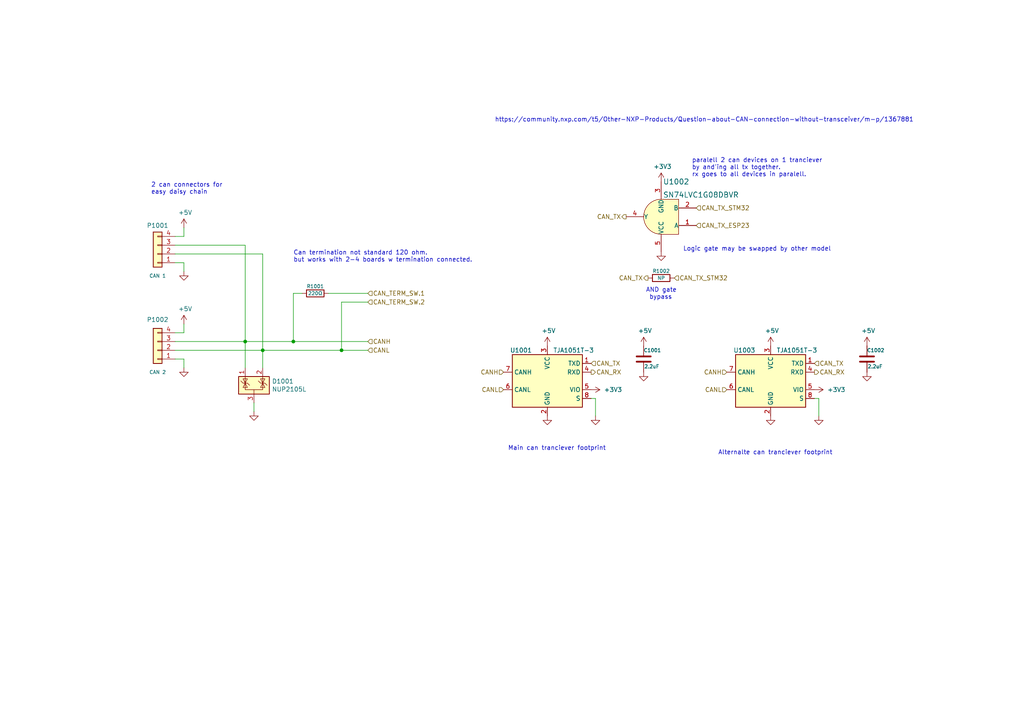
<source format=kicad_sch>
(kicad_sch (version 20230121) (generator eeschema)
  (paper "A4")
  (title_block (title "Moxie-Drive 24, vesc compatable motor controller") (date "2020-07-01") (rev "1.0") (company "Marshall Scholz"))
  (lib_symbols
    (symbol "24_control_board-rescue:C-Device-MoxiE_Control_board-rescue" (pin_numbers hide) (pin_names (offset 0.254))
      (property "Reference" "C" (at 0.635 2.54 0))
      (property "Value" "C-Device-MoxiE_Control_board-rescue" (at 0.635 -2.54 0))
      (symbol "C-Device-MoxiE_Control_board-rescue_0_1"
        (polyline (pts (xy -2.032 -0.762) (xy 2.032 -0.762)) (stroke (width 0.508)))
        (polyline (pts (xy -2.032 0.762) (xy 2.032 0.762)) (stroke (width 0.508)))
      )
      (symbol "C-Device-MoxiE_Control_board-rescue_1_1"
        (pin passive line (at 0 3.81 270) (length 2.794) (name "~") (number "1"))
        (pin passive line (at 0 -3.81 90) (length 2.794) (name "~") (number "2"))
      )
    )
    (symbol "24_control_board-rescue:Conn_01x04-Connector_Generic-MoxiE_Control_board-rescue" (pin_names hide)
      (property "Reference" "J" (at 0 5.08 0))
      (property "Value" "Conn_01x04-Connector_Generic-MoxiE_Control_board-rescue" (at 0 -7.62 0))
      (symbol "Conn_01x04-Connector_Generic-MoxiE_Control_board-rescue_1_1"
        (rectangle (start -1.27 -4.953) (end 0 -5.207) (stroke (width 0.1524)))
        (rectangle (start -1.27 -2.413) (end 0 -2.667) (stroke (width 0.1524)))
        (rectangle (start -1.27 0.127) (end 0 -0.127) (stroke (width 0.1524)))
        (rectangle (start -1.27 2.667) (end 0 2.413) (stroke (width 0.1524)))
        (rectangle (start -1.27 3.81) (end 1.27 -6.35) (stroke (width 0.254)) (fill (type background)))
        (pin passive line (at -5.08 2.54 0) (length 3.81) (name "Pin_1") (number "1"))
        (pin passive line (at -5.08 0 0) (length 3.81) (name "Pin_2") (number "2"))
        (pin passive line (at -5.08 -2.54 0) (length 3.81) (name "Pin_3") (number "3"))
        (pin passive line (at -5.08 -5.08 0) (length 3.81) (name "Pin_4") (number "4"))
      )
    )
    (symbol "24_control_board-rescue:GND-power-MoxiE_Control_board-rescue" (power) (pin_names (offset 0))
      (property "Value" "GND-power-MoxiE_Control_board-rescue" (at 0 -3.81 0))
      (symbol "GND-power-MoxiE_Control_board-rescue_0_1"
        (polyline (pts (xy 0 0) (xy 0 -1.27) (xy 1.27 -1.27) (xy 0 -2.54) (xy -1.27 -1.27) (xy 0 -1.27)))
      )
      (symbol "GND-power-MoxiE_Control_board-rescue_1_1"
        (pin power_in line (at 0 0 270) (length 0) hide (name "GND") (number "1"))
      )
    )
    (symbol "24_control_board-rescue:R-Device-MoxiE_Control_board-rescue" (pin_numbers hide) (pin_names (offset 0))
      (property "Reference" "R" (at 2.032 0 90))
      (property "Value" "R-Device-MoxiE_Control_board-rescue" (at 0 0 90))
      (symbol "R-Device-MoxiE_Control_board-rescue_0_1"
        (rectangle (start -1.016 -2.54) (end 1.016 2.54) (stroke (width 0.254)))
      )
      (symbol "R-Device-MoxiE_Control_board-rescue_1_1"
        (pin passive line (at 0 3.81 270) (length 1.27) (name "~") (number "1"))
        (pin passive line (at 0 -3.81 90) (length 1.27) (name "~") (number "2"))
      )
    )
    (symbol "Interface_CAN_LIN:TJA1051T-3"
      (property "Reference" "U" (at -10.16 8.89 0))
      (property "Value" "TJA1051T-3" (at 1.27 8.89 0))
      (symbol "TJA1051T-3_0_1"
        (rectangle (start -10.16 7.62) (end 10.16 -7.62) (stroke (width 0.254)) (fill (type background)))
      )
      (symbol "TJA1051T-3_1_1"
        (pin input line (at -12.7 5.08 0) (length 2.54) (name "TXD") (number "1"))
        (pin power_in line (at 0 -10.16 90) (length 2.54) (name "GND") (number "2"))
        (pin power_in line (at 0 10.16 270) (length 2.54) (name "VCC") (number "3"))
        (pin output line (at -12.7 2.54 0) (length 2.54) (name "RXD") (number "4"))
        (pin power_in line (at -12.7 -2.54 0) (length 2.54) (name "VIO") (number "5"))
        (pin bidirectional line (at 12.7 -2.54 180) (length 2.54) (name "CANL") (number "6"))
        (pin bidirectional line (at 12.7 2.54 180) (length 2.54) (name "CANH") (number "7"))
        (pin input line (at -12.7 -5.08 0) (length 2.54) (name "S") (number "8"))
      )
    )
    (symbol "Power_Protection:NUP2105L" (pin_names hide)
      (property "Reference" "D" (at 5.715 2.54 0))
      (property "Value" "NUP2105L" (at 5.715 0.635 0))
      (symbol "NUP2105L_0_0"
        (pin passive line (at 0 -5.08 90) (length 2.54) (name "A") (number "3"))
      )
      (symbol "NUP2105L_0_1"
        (rectangle (start -4.445 2.54) (end 4.445 -2.54) (stroke (width 0.254)) (fill (type background)))
        (polyline (pts (xy -2.54 2.54) (xy -2.54 0.635)))
        (polyline (pts (xy 0 -1.27) (xy 0 -2.54)))
        (polyline (pts (xy 2.54 2.54) (xy 2.54 0.635)))
        (polyline (pts (xy -3.81 1.27) (xy -3.175 0.635) (xy -1.905 0.635) (xy -1.27 0)))
        (polyline (pts (xy -2.54 0.635) (xy -2.54 -1.27) (xy 2.54 -1.27) (xy 2.54 0.635)))
        (polyline (pts (xy -2.54 0.635) (xy -1.905 -0.635) (xy -3.175 -0.635) (xy -2.54 0.635)))
        (polyline (pts (xy 2.54 0.635) (xy 1.905 -0.635) (xy 3.175 -0.635) (xy 2.54 0.635)))
        (polyline (pts (xy 2.54 0.635) (xy 3.175 1.905) (xy 1.905 1.905) (xy 2.54 0.635)))
        (polyline (pts (xy -2.54 0.635) (xy -3.175 1.905) (xy -1.905 1.905) (xy -2.54 0.635) (xy -2.54 1.27)))
        (polyline (pts (xy 1.27 1.27) (xy 1.905 0.635) (xy 2.54 0.635) (xy 3.175 0.635) (xy 3.81 0)))
      )
      (symbol "NUP2105L_1_1"
        (pin passive line (at -2.54 5.08 270) (length 2.54) (name "K") (number "1"))
        (pin passive line (at 2.54 5.08 270) (length 2.54) (name "K") (number "2"))
      )
    )
    (symbol "dk_Logic-Gates-and-Inverters:SN74LVC1G08DBVR" (pin_names (offset 0.0254))
      (property "Reference" "U" (at -5.08 7.62 0))
      (property "Value" "SN74LVC1G08DBVR" (at 12.7 -7.62 0))
      (symbol "SN74LVC1G08DBVR_1_1"
        (arc (start 0 -5.08) (mid 5.0579 0) (end 0 5.08) (fill (type background)))
        (polyline (pts (xy 0 5.08) (xy -5.08 5.08) (xy -5.08 -5.08) (xy 0 -5.08)) (fill (type background)))
        (pin input line (at -10.16 2.54 0) (length 5.08) (name "A") (number "1"))
        (pin input line (at -10.16 -2.54 0) (length 5.08) (name "B") (number "2"))
        (pin power_in line (at 0 -10.16 90) (length 5.08) (name "GND") (number "3"))
        (pin output line (at 10.16 0 180) (length 5.08) (name "Y") (number "4"))
        (pin power_in line (at 0 10.16 270) (length 5.08) (name "VCC") (number "5"))
      )
    )
    (symbol "power:+3.3V" (power) (pin_names (offset 0))
      (property "Value" "+3.3V" (at 0 3.556 0))
      (symbol "+3.3V_0_1"
        (polyline (pts (xy -0.762 1.27) (xy 0 2.54)))
        (polyline (pts (xy 0 0) (xy 0 2.54)))
        (polyline (pts (xy 0 2.54) (xy 0.762 1.27)))
      )
      (symbol "+3.3V_1_1"
        (pin power_in line (at 0 0 90) (length 0) hide (name "+3V3") (number "1"))
      )
    )
    (symbol "power:+5V" (power) (pin_names (offset 0))
      (property "Value" "+5V" (at 0 3.556 0))
      (symbol "+5V_0_1"
        (polyline (pts (xy -0.762 1.27) (xy 0 2.54)))
        (polyline (pts (xy 0 0) (xy 0 2.54)))
        (polyline (pts (xy 0 2.54) (xy 0.762 1.27)))
      )
      (symbol "+5V_1_1"
        (pin power_in line (at 0 0 90) (length 0) hide (name "+5V") (number "1"))
      )
    )
  )
  (junction (at 76.2 101.6))
  (junction (at 85.09 99.06))
  (junction (at 71.12 99.06))
  (junction (at 99.06 101.6))
  (wire (pts (xy 53.34 76.2) (xy 53.34 78.74)))
  (wire (pts (xy 50.8 101.6) (xy 76.2 101.6)))
  (wire (pts (xy 50.8 68.58) (xy 53.34 68.58)))
  (wire (pts (xy 53.34 104.14) (xy 53.34 106.68)))
  (wire (pts (xy 53.34 68.58) (xy 53.34 66.04)))
  (wire (pts (xy 85.09 85.09) (xy 85.09 99.06)))
  (wire (pts (xy 50.8 71.12) (xy 71.12 71.12)))
  (wire (pts (xy 76.2 101.6) (xy 76.2 106.68)))
  (wire (pts (xy 95.25 85.09) (xy 106.68 85.09)))
  (wire (pts (xy 73.66 119.38) (xy 73.66 116.84)))
  (wire (pts (xy 71.12 99.06) (xy 85.09 99.06)))
  (wire (pts (xy 53.34 96.52) (xy 53.34 93.98)))
  (wire (pts (xy 99.06 101.6) (xy 106.68 101.6)))
  (wire (pts (xy 85.09 99.06) (xy 106.68 99.06)))
  (wire (pts (xy 237.49 115.57) (xy 236.22 115.57)))
  (wire (pts (xy 50.8 76.2) (xy 53.34 76.2)))
  (wire (pts (xy 76.2 73.66) (xy 76.2 101.6)))
  (wire (pts (xy 237.49 115.57) (xy 237.49 120.65)))
  (wire (pts (xy 71.12 99.06) (xy 71.12 106.68)))
  (wire (pts (xy 106.68 87.63) (xy 99.06 87.63)))
  (wire (pts (xy 50.8 73.66) (xy 76.2 73.66)))
  (wire (pts (xy 76.2 101.6) (xy 99.06 101.6)))
  (wire (pts (xy 71.12 71.12) (xy 71.12 99.06)))
  (wire (pts (xy 50.8 96.52) (xy 53.34 96.52)))
  (wire (pts (xy 172.72 120.65) (xy 172.72 115.57)))
  (wire (pts (xy 172.72 115.57) (xy 171.45 115.57)))
  (wire (pts (xy 50.8 104.14) (xy 53.34 104.14)))
  (wire (pts (xy 50.8 99.06) (xy 71.12 99.06)))
  (wire (pts (xy 99.06 87.63) (xy 99.06 101.6)))
  (wire (pts (xy 87.63 85.09) (xy 85.09 85.09)))
  (text "2 can connectors for \neasy daisy chain" (at 43.815 56.515 0) (effects (font (size 1.27 1.27)) (justify left bottom)))
  (text "Logic gate may be swapped by other model" (at 198.12 73.025 0) (effects (font (size 1.27 1.27)) (justify left bottom)))
  (text "AND gate \n bypass" (at 187.325 86.995 0) (effects (font (size 1.27 1.27)) (justify left bottom)))
  (text "Alternalte can tranciever footprint" (at 208.28 132.08 0) (effects (font (size 1.27 1.27)) (justify left bottom)))
  (text "https://community.nxp.com/t5/Other-NXP-Products/Question-about-CAN-connection-without-transceiver/m-p/1367881" (at 143.51 35.56 0) (effects (font (size 1.27 1.27)) (justify left bottom)))
  (text "Can termination not standard 120 ohm. \nbut works with 2-4 boards w termination connected." (at 85.09 76.2 0) (effects (font (size 1.27 1.27)) (justify left bottom)))
  (text "Main can tranciever footprint" (at 147.32 130.81 0) (effects (font (size 1.27 1.27)) (justify left bottom)))
  (text "paralell 2 can devices on 1 tranciever \nby and'ing all tx together. \nrx goes to all devices in paralell." (at 200.66 51.435 0) (effects (font (size 1.27 1.27)) (justify left bottom)))
  (hierarchical_label "CAN_TERM_SW.1" (shape input) (at 106.68 85.09 0))
  (hierarchical_label "CANH" (shape input) (at 106.68 99.06 0))
  (hierarchical_label "CAN_TERM_SW.2" (shape input) (at 106.68 87.63 0))
  (hierarchical_label "CAN_TX" (shape output) (at 181.61 62.865 180))
  (hierarchical_label "CAN_TX_STM32" (shape input) (at 195.58 80.645 0))
  (hierarchical_label "CAN_RX" (shape output) (at 236.22 107.95 0))
  (hierarchical_label "CAN_TX" (shape input) (at 171.45 105.41 0))
  (hierarchical_label "CAN_TX_STM32" (shape input) (at 201.93 60.325 0))
  (hierarchical_label "CAN_RX" (shape output) (at 171.45 107.95 0))
  (hierarchical_label "CAN_TX_ESP23" (shape input) (at 201.93 65.405 0))
  (hierarchical_label "CANH" (shape input) (at 210.82 107.95 180))
  (hierarchical_label "CANH" (shape input) (at 146.05 107.95 180))
  (hierarchical_label "CAN_TX" (shape input) (at 236.22 105.41 0))
  (hierarchical_label "CANL" (shape input) (at 106.68 101.6 0))
  (hierarchical_label "CAN_TX" (shape output) (at 187.96 80.645 180))
  (hierarchical_label "CANL" (shape input) (at 146.05 113.03 180))
  (hierarchical_label "CANL" (shape input) (at 210.82 113.03 180))
  (symbol (lib_id "24_control_board-rescue:C-Device-MoxiE_Control_board-rescue") (at 186.69 104.14 0) (unit 1)
    (property "Reference" "C1001" (at 186.69 101.6 0) (effects (font (size 1.016 1.016)) (justify left)))
    (property "Value" "2.2uF" (at 186.8424 106.299 0) (effects (font (size 1.016 1.016)) (justify left)))
    (property "Footprint" "pkl_dipol:C_0402" (effects hide))
  )
  (symbol (lib_id "24_control_board-rescue:GND-power-MoxiE_Control_board-rescue") (at 186.69 107.95 0) (unit 1)
    (property "Reference" "#PWR01011" (effects hide))
    (property "Value" "GND" (effects hide))
  )
  (symbol (lib_id "24_control_board-rescue:GND-power-MoxiE_Control_board-rescue") (at 158.75 120.65 0) (unit 1)
    (property "Reference" "#PWR01007" (effects hide))
    (property "Value" "GND" (effects hide))
  )
  (symbol (lib_id "power:+3.3V") (at 171.45 113.03 270) (unit 1)
    (property "Reference" "#PWR01008" (effects hide))
    (property "Value" "+3.3V" (at 177.8 113.03 90))
  )
  (symbol (lib_id "24_control_board-rescue:GND-power-MoxiE_Control_board-rescue") (at 172.72 120.65 0) (unit 1)
    (property "Reference" "#PWR01009" (effects hide))
    (property "Value" "GND" (effects hide))
  )
  (symbol (lib_id "power:+5V") (at 158.75 100.33 0) (unit 1)
    (property "Reference" "#PWR01006" (effects hide))
    (property "Value" "+5V" (at 159.131 95.9358 0))
  )
  (symbol (lib_id "Interface_CAN_LIN:TJA1051T-3") (at 158.75 110.49 0) (mirror y) (unit 1)
    (property "Reference" "U1001" (at 151.13 101.6 0))
    (property "Value" "TJA1051T-3" (at 166.37 101.6 0))
    (property "Footprint" "Package_DFN_QFN:DFN-8-1EP_3x3mm_P0.65mm_EP1.7x2.05mm" (effects hide))
    (property "Datasheet" "http://www.nxp.com/documents/data_sheet/TJA1051.pdf" (effects hide))
  )
  (symbol (lib_id "power:+5V") (at 186.69 100.33 0) (unit 1)
    (property "Reference" "#PWR01010" (effects hide))
    (property "Value" "+5V" (at 187.071 95.9358 0))
  )
  (symbol (lib_id "Power_Protection:NUP2105L") (at 73.66 111.76 0) (unit 1)
    (property "Reference" "D1001" (at 78.867 110.5916 0) (effects (justify left)))
    (property "Value" "NUP2105L" (at 78.867 112.903 0) (effects (justify left)))
    (property "Footprint" "Package_TO_SOT_SMD:SOT-23" (effects hide))
    (property "Datasheet" "http://www.onsemi.com/pub_link/Collateral/NUP2105L-D.PDF" (effects hide))
  )
  (symbol (lib_id "24_control_board-rescue:GND-power-MoxiE_Control_board-rescue") (at 73.66 119.38 0) (unit 1)
    (property "Reference" "#PWR01005" (effects hide))
    (property "Value" "GND" (effects hide))
  )
  (symbol (lib_id "power:+3.3V") (at 236.22 113.03 270) (unit 1)
    (property "Reference" "#PWR01016" (effects hide))
    (property "Value" "+3.3V" (at 242.57 113.03 90))
  )
  (symbol (lib_id "24_control_board-rescue:GND-power-MoxiE_Control_board-rescue") (at 223.52 120.65 0) (unit 1)
    (property "Reference" "#PWR01015" (effects hide))
    (property "Value" "GND" (effects hide))
  )
  (symbol (lib_id "24_control_board-rescue:GND-power-MoxiE_Control_board-rescue") (at 191.77 73.025 0) (unit 1)
    (property "Reference" "#PWR01013" (effects hide))
    (property "Value" "GND" (effects hide))
  )
  (symbol (lib_id "24_control_board-rescue:R-Device-MoxiE_Control_board-rescue") (at 191.77 80.645 90) (unit 1)
    (property "Reference" "R1002" (at 191.77 78.613 90) (effects (font (size 1.016 1.016))))
    (property "Value" "NP" (at 191.77 80.645 90) (effects (font (size 1.016 1.016))))
    (property "Footprint" "pkl_dipol:R_0402" (effects hide))
  )
  (symbol (lib_id "24_control_board-rescue:GND-power-MoxiE_Control_board-rescue") (at 237.49 120.65 0) (unit 1)
    (property "Reference" "#PWR01017" (effects hide))
    (property "Value" "GND" (effects hide))
  )
  (symbol (lib_id "power:+5V") (at 223.52 100.33 0) (unit 1)
    (property "Reference" "#PWR01014" (effects hide))
    (property "Value" "+5V" (at 223.901 95.9358 0))
  )
  (symbol (lib_id "24_control_board-rescue:Conn_01x04-Connector_Generic-MoxiE_Control_board-rescue") (at 45.72 101.6 180) (unit 1)
    (property "Reference" "P1002" (at 45.72 92.71 0))
    (property "Value" "CAN 2" (at 45.72 107.95 0) (effects (font (size 1.016 1.016))))
    (property "Footprint" "Connector_JST:JST_GH_BM04B-GHS-TBT_1x04-1MP_P1.25mm_Vertical" (effects hide))
  )
  (symbol (lib_id "power:+3.3V") (at 191.77 52.705 0) (unit 1)
    (property "Reference" "#PWR01012" (effects hide))
    (property "Value" "+3.3V" (at 192.151 48.3108 0))
  )
  (symbol (lib_id "24_control_board-rescue:C-Device-MoxiE_Control_board-rescue") (at 251.46 104.14 0) (unit 1)
    (property "Reference" "C1002" (at 251.46 101.6 0) (effects (font (size 1.016 1.016)) (justify left)))
    (property "Value" "2.2uF" (at 251.6124 106.299 0) (effects (font (size 1.016 1.016)) (justify left)))
    (property "Footprint" "pkl_dipol:C_0402" (effects hide))
  )
  (symbol (lib_id "power:+5V") (at 53.34 93.98 0) (unit 1)
    (property "Reference" "#PWR01003" (effects hide))
    (property "Value" "+5V" (at 53.721 89.5858 0))
  )
  (symbol (lib_id "24_control_board-rescue:GND-power-MoxiE_Control_board-rescue") (at 53.34 78.74 0) (unit 1)
    (property "Reference" "#PWR01002" (effects hide))
    (property "Value" "GND" (effects hide))
  )
  (symbol (lib_id "power:+5V") (at 251.46 100.33 0) (unit 1)
    (property "Reference" "#PWR01018" (effects hide))
    (property "Value" "+5V" (at 251.841 95.9358 0))
  )
  (symbol (lib_id "Interface_CAN_LIN:TJA1051T-3") (at 223.52 110.49 0) (mirror y) (unit 1)
    (property "Reference" "U1003" (at 215.9 101.6 0))
    (property "Value" "TJA1051T-3" (at 231.14 101.6 0))
    (property "Footprint" "Package_DFN_QFN:DFN-8-1EP_3x3mm_P0.65mm_EP1.7x2.05mm" (effects hide))
    (property "Datasheet" "http://www.nxp.com/documents/data_sheet/TJA1051.pdf" (effects hide))
  )
  (symbol (lib_id "24_control_board-rescue:GND-power-MoxiE_Control_board-rescue") (at 53.34 106.68 0) (unit 1)
    (property "Reference" "#PWR01004" (effects hide))
    (property "Value" "GND" (effects hide))
  )
  (symbol (lib_id "24_control_board-rescue:R-Device-MoxiE_Control_board-rescue") (at 91.44 85.09 90) (unit 1)
    (property "Reference" "R1001" (at 91.44 83.058 90) (effects (font (size 1.016 1.016))))
    (property "Value" "220Ω" (at 91.44 85.09 90) (effects (font (size 1.016 1.016))))
    (property "Footprint" "pkl_dipol:R_0402" (effects hide))
  )
  (symbol (lib_id "24_control_board-rescue:GND-power-MoxiE_Control_board-rescue") (at 251.46 107.95 0) (unit 1)
    (property "Reference" "#PWR01019" (effects hide))
    (property "Value" "GND" (effects hide))
  )
  (symbol (lib_id "dk_Logic-Gates-and-Inverters:SN74LVC1G08DBVR") (at 191.77 62.865 180) (unit 1)
    (property "Reference" "U1002" (at 192.2906 52.705 0) (effects (font (size 1.524 1.524)) (justify right)))
    (property "Value" "SN74LVC1G08DBVR" (at 192.2906 56.515 0) (effects (font (size 1.524 1.524)) (justify right)))
    (property "Footprint" "digikey-footprints:SOT-753" (effects hide))
    (property "Datasheet" "http://www.ti.com/lit/ds/symlink/sn74lvc1g08.pdf" (effects hide))
    (property "Digi-Key_PN" "296-11601-1-ND" (effects hide))
    (property "MPN" "SN74LVC1G08DBVR" (effects hide))
    (property "Category" "Integrated Circuits (ICs)" (effects hide))
    (property "Family" "Logic - Gates and Inverters" (effects hide))
    (property "DK_Datasheet_Link" "http://www.ti.com/lit/ds/symlink/sn74lvc1g08.pdf" (effects hide))
    (property "DK_Detail_Page" "/product-detail/en/texas-instruments/SN74LVC1G08DBVR/296-11601-1-ND/385740" (effects hide))
    (property "Description" "IC GATE AND 1CH 2-INP SOT-23-5" (effects hide))
    (property "Manufacturer" "Texas Instruments" (effects hide))
    (property "Status" "Active" (effects hide))
  )
  (symbol (lib_id "power:+5V") (at 53.34 66.04 0) (unit 1)
    (property "Reference" "#PWR01001" (effects hide))
    (property "Value" "+5V" (at 53.721 61.6458 0))
  )
  (symbol (lib_id "24_control_board-rescue:Conn_01x04-Connector_Generic-MoxiE_Control_board-rescue") (at 45.72 73.66 180) (unit 1)
    (property "Reference" "P1001" (at 45.72 65.405 0))
    (property "Value" "CAN 1" (at 45.72 80.01 0) (effects (font (size 1.016 1.016))))
    (property "Footprint" "Connector_JST:JST_GH_BM04B-GHS-TBT_1x04-1MP_P1.25mm_Vertical" (effects hide))
  )
)
</source>
